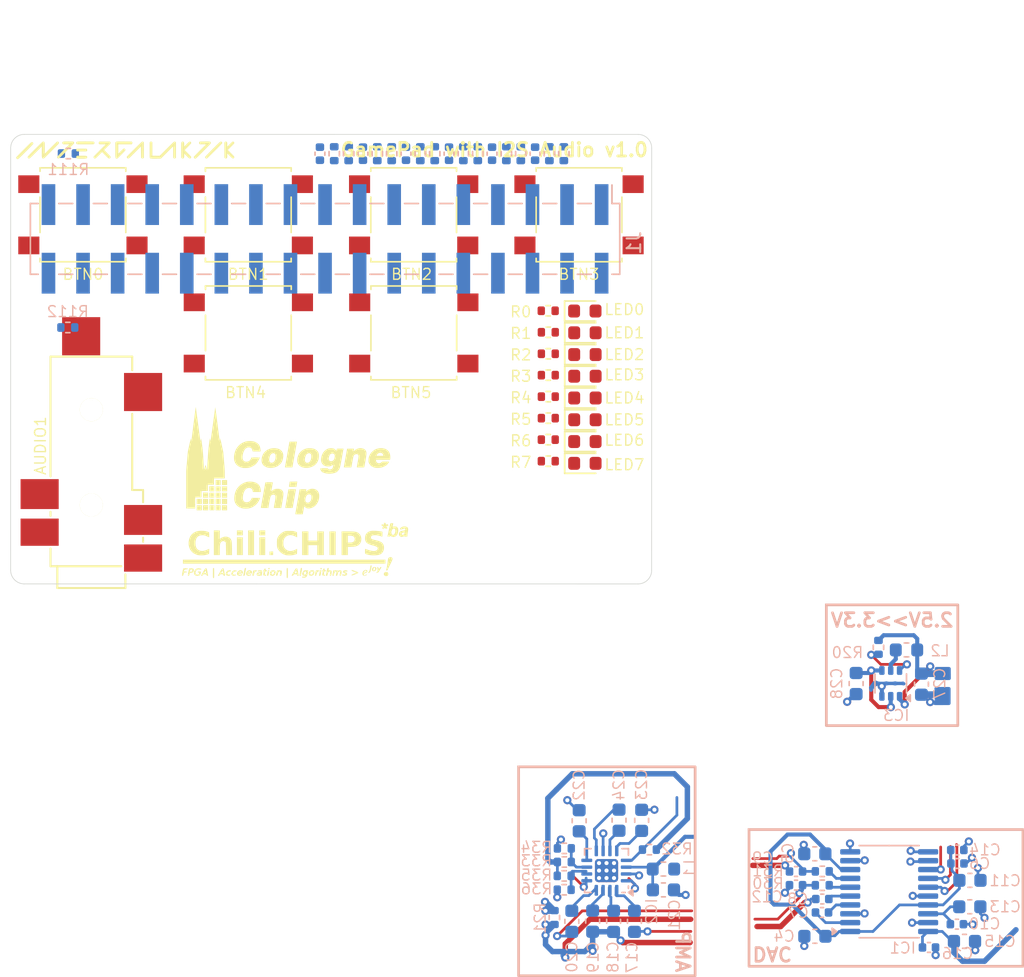
<source format=kicad_pcb>
(kicad_pcb (version 20240108) (generator "pcbnew") (generator_version "8.0")
  (title_block (date "2024-07-18") (company "Intergalaktik d.o.o."))
  (layers (0 "F.Cu" signal) (1 "In1.Cu" signal "GND1.Cu") (2 "In2.Cu" signal "GND2.Cu") (31 "B.Cu" signal) (34 "B.Paste" user) (35 "F.Paste" user) (36 "B.SilkS" user "B.Silkscreen") (37 "F.SilkS" user "F.Silkscreen") (38 "B.Mask" user) (39 "F.Mask" user) (44 "Edge.Cuts" user))
  (net 0 "")
  (net 1 "/AUDIO_V")
  (net 3 "GND")
  (net 5 "/HP_OUTL")
  (net 6 "Net-(BTN0-Pad1)")
  (net 7 "Net-(BTN1-Pad1)")
  (net 8 "Net-(BTN2-Pad1)")
  (net 9 "Net-(BTN3-Pad1)")
  (net 10 "/FPGA_SPI_FWD")
  (net 11 "+2V5")
  (net 12 "/WC_A1")
  (net 13 "Net-(J1-Pin_32)")
  (net 14 "/HP_OUTR")
  (net 15 "+1V8")
  (net 16 "/SER_RX_N")
  (net 17 "Net-(BTN4-Pad1)")
  (net 18 "/SER_TX_N")
  (net 19 "/WB_A8")
  (net 20 "Net-(BTN5-Pad1)")
  (net 21 "/EA_A8")
  (net 22 "/SER_CLK_N")
  (net 23 "+3V3A")
  (net 24 "/WC_A2")
  (net 25 "/WC_B0")
  (net 26 "Net-(J1-Pin_31)")
  (net 27 "/EA_B8")
  (net 28 "/WC_A3")
  (net 29 "GNDA")
  (net 30 "/SER_TX_P")
  (net 31 "Net-(IC1-CAPM)")
  (net 32 "/WB_B8")
  (net 33 "/FPGA_RESET_IN")
  (net 34 "/SER_CLK_P")
  (net 35 "/WC_B1")
  (net 36 "/WC_B3")
  (net 37 "Net-(IC1-CAPP)")
  (net 38 "/WC_B2")
  (net 39 "/SER_RX_P")
  (net 40 "/WC_A0")
  (net 41 "Net-(LED0-K)")
  (net 42 "Net-(LED1-K)")
  (net 43 "Net-(LED2-K)")
  (net 44 "Net-(LED3-K)")
  (net 45 "Net-(LED4-K)")
  (net 46 "Net-(LED5-K)")
  (net 47 "Net-(LED6-K)")
  (net 48 "Net-(LED7-K)")
  (net 49 "/CLK0")
  (net 50 "/CLK3")
  (net 51 "Net-(IC1-VNEG)")
  (net 52 "/OUTR")
  (net 53 "/+1.8V")
  (net 54 "/OUTL")
  (net 55 "/+3V3")
  (net 56 "Net-(IC2-INL-)")
  (net 57 "Net-(IC2-INL+)")
  (net 58 "Net-(IC2-INR+)")
  (net 59 "Net-(IC2-INR-)")
  (net 60 "Net-(IC2-HPVSS)")
  (net 61 "Net-(IC2-HPVDD)")
  (net 62 "Net-(IC2-CAP+)")
  (net 63 "Net-(IC2-CAP-)")
  (net 64 "Net-(IC1-OUTL)")
  (net 65 "I2S1_TX_WS")
  (net 66 "I2S1_TX_SDA")
  (net 67 "I2S1_TX_SCK")
  (net 68 "Net-(IC1-OUTR)")
  (net 69 "AMP_EN")
  (net 70 "/G1")
  (net 71 "/G0")
  (net 72 "Net-(IC3-L)")
  (net 73 "/SB_A2")
  (net 74 "/SB_B3")
  (net 75 "/SB_A3")
  (net 76 "AUDIO_MUTE")
  (footprint "LED_SMD:LED_0603_1608Metric" (layer "F.Cu") (at 153.62 78.28)
    (property "Reference" "LED7")
    (property "Value" "LED" (hide yes))
  )
  (footprint "Button_Switch_SMD:SW_SPST_B3S-1000" (layer "F.Cu") (at 141.05 68.7)
    (property "Reference" "BTN5")
    (property "Value" "BTN")
  )
  (footprint "LED_SMD:LED_0603_1608Metric" (layer "F.Cu") (at 153.615 67.09)
    (property "Reference" "LED0")
    (property "Value" "LED" (hide yes))
  )
  (footprint "Resistor_SMD:R_0402_1005Metric" (layer "F.Cu") (at 150.93 78.12 180)
    (property "Reference" "R7")
    (property "Value" "2.2K/R0402")
  )
  (footprint "Resistor_SMD:R_0402_1005Metric" (layer "F.Cu") (at 150.93 76.540241 180)
    (property "Reference" "R6")
    (property "Value" "2.2K/R0402")
  )
  (footprint "Button_Switch_SMD:SW_SPST_B3S-1000" (layer "F.Cu") (at 128.89 60.02)
    (property "Reference" "BTN1")
    (property "Value" "BTN" (hide yes))
  )
  (footprint "Resistor_SMD:R_0402_1005Metric" (layer "F.Cu") (at 150.9325 71.800955 180)
    (property "Reference" "R3")
    (property "Value" "2.2K/R0402")
  )
  (footprint "Resistor_SMD:R_0402_1005Metric" (layer "F.Cu") (at 150.9325 70.231193 180)
    (property "Reference" "R2")
    (property "Value" "2.2K/R0402")
  )
  (footprint "Resistor_SMD:R_0402_1005Metric" (layer "F.Cu") (at 150.9325 74.960479 180)
    (property "Reference" "R5")
    (property "Value" "2.2K/R0402")
  )
  (footprint "Resistor_SMD:R_0402_1005Metric" (layer "F.Cu") (at 150.9325 68.650002 180)
    (property "Reference" "R1")
    (property "Value" "2.2K/R0402")
  )
  (footprint "Button_Switch_SMD:SW_SPST_B3S-1000" (layer "F.Cu") (at 153.19 60.02)
    (property "Reference" "BTN3")
    (property "Value" "BTN" (hide yes))
  )
  (footprint "Button_Switch_SMD:SW_SPST_B3S-1000" (layer "F.Cu") (at 141.04 60.02)
    (property "Reference" "BTN2")
    (property "Value" "BTN" (hide yes))
  )
  (footprint "Button_Switch_SMD:SW_SPST_B3S-1000" (layer "F.Cu") (at 116.74 60.02)
    (property "Reference" "BTN0")
    (property "Value" "BTN" (hide yes))
  )
  (footprint "LED_SMD:LED_0603_1608Metric" (layer "F.Cu") (at 153.6225 70.29)
    (property "Reference" "LED2")
    (property "Value" "LED" (hide yes))
  )
  (footprint "LED_SMD:LED_0603_1608Metric" (layer "F.Cu") (at 153.6225 71.88)
    (property "Reference" "LED3")
    (property "Value" "LED" (hide yes))
  )
  (footprint "LED_SMD:LED_0603_1608Metric" (layer "F.Cu") (at 153.62 76.68)
    (property "Reference" "LED6")
    (property "Value" "LED" (hide yes))
  )
  (footprint "LED_SMD:LED_0603_1608Metric" (layer "F.Cu") (at 153.6225 68.688571)
    (property "Reference" "LED1")
    (property "Value" "LED" (hide yes))
  )
  (footprint "LED_SMD:LED_0603_1608Metric" (layer "F.Cu") (at 153.6225 75.08)
    (property "Reference" "LED5")
    (property "Value" "LED" (hide yes))
  )
  (footprint "Cologne:cologne" (layer "F.Cu") (at 131.83 78.08)
    (property "Reference" "G***" (hide yes))
    (property "Value" "LOGO" (hide yes))
  )
  (footprint "LED_SMD:LED_0603_1608Metric" (layer "F.Cu") (at 153.6225 73.48)
    (property "Reference" "LED4")
    (property "Value" "LED" (hide yes))
  )
  (footprint "audio-jack:CUI_SJ-43516-SMT" (layer "F.Cu") (at 117.36 78.34 180)
    (property "Reference" "AUDIO1")
    (property "Value" "JACK_TRS_6PINS" (hide yes))
  )
  (footprint "PCM_Intergalaktik:Intergalaktik logo" (layer "F.Cu") (at 119.890409 55.141446)
    (property "Reference" "G***" (hide yes))
    (property "Value" "LOGO" (hide yes))
  )
  (footprint "Button_Switch_SMD:SW_SPST_B3S-1000" (layer "F.Cu") (at 128.895 68.7)
    (property "Reference" "BTN4")
    (property "Value" "BTN")
  )
  (footprint "Resistor_SMD:R_0402_1005Metric" (layer "F.Cu") (at 150.9325 73.380717 180)
    (property "Reference" "R4")
    (property "Value" "2.2K/R0402")
  )
  (footprint "ChiliChips:ChiliChipsBa" (layer "F.Cu") (at 132.36 84.61)
    (property "Reference" "G***" (hide yes))
    (property "Value" "LOGO" (hide yes))
  )
  (footprint "Resistor_SMD:R_0402_1005Metric" (layer "F.Cu") (at 150.925 67.071669 180)
    (property "Reference" "R0")
    (property "Value" "2.2K/R0402")
  )
  (footprint "Capacitor_SMD:C_0402_1005Metric" (layer "B.Cu") (at 143.638824 55.53 -90)
    (property "Reference" "C3" (hide yes))
    (property "Value" "100nF/10V/20%/X5R/C0402")
  )
  (footprint "Resistor_SMD:R_0402_1005Metric" (layer "B.Cu") (at 136.264708 55.53 90)
    (property "Reference" "R17" (hide yes))
    (property "Value" "22R/R0402")
  )
  (footprint "Capacitor_SMD:C_0402_1005Metric" (layer "B.Cu") (at 137.315296 55.53 -90)
    (property "Reference" "C25" (hide yes))
    (property "Value" "100nF/10V/20%/X5R/C0402")
  )
  (footprint "Capacitor_SMD:C_0603_1608Metric" (layer "B.Cu") (at 152.66 111.93 -90)
    (property "Reference" "C20")
    (property "Value" "4.7u")
  )
  (footprint "Capacitor_SMD:C_0402_1005Metric" (layer "B.Cu") (at 146.800588 55.53 -90)
    (property "Reference" "C1" (hide yes))
    (property "Value" "100nF/10V/20%/X5R/C0402")
  )
  (footprint "Capacitor_SMD:C_0402_1005Metric" (layer "B.Cu") (at 169.1325 108.27 180)
    (property "Reference" "C9")
    (property "Value" "2.2nF")
  )
  (footprint "Resistor_SMD:R_0402_1005Metric" (layer "B.Cu") (at 151.38 111.65 -90)
    (property "Reference" "R21")
    (property "Value" "0R")
  )
  (footprint "Resistor_SMD:R_0402_1005Metric" (layer "B.Cu") (at 152.073532 55.53 90)
    (property "Reference" "R9" (hide yes))
    (property "Value" "22R/R0402")
  )
  (footprint "Resistor_SMD:R_0402_1005Metric" (layer "B.Cu") (at 148.911764 55.53 90)
    (property "Reference" "R11" (hide yes))
    (property "Value" "22R/R0402")
  )
  (footprint "Resistor_SMD:R_0402_1005Metric" (layer "B.Cu") (at 175.19 91.8 90)
    (property "Reference" "R20")
    (property "Value" "10K")
  )
  (footprint "Resistor_SMD:R_0402_1005Metric" (layer "B.Cu") (at 141.527648 55.53 -90)
    (property "Reference" "R14" (hide yes))
    (property "Value" "10K/R0402")
  )
  (footprint "Package_SO:TSSOP-20_4.4x6.5mm_P0.65mm" (layer "B.Cu") (at 175.9775 109.75)
    (property "Reference" "IC1")
    (property "Value" "PCM5100")
  )
  (footprint "Connector_PinSocket_2.54mm:PinSocket_2x17_P2.54mm_Vertical_SMD" (layer "B.Cu") (at 134.53 61.79 90)
    (property "Reference" "J1")
    (property "Value" "Conn_02x17_Odd_Even" (hide yes))
  )
  (footprint "Resistor_SMD:R_0402_1005Metric" (layer "B.Cu") (at 152.11 107.57 180)
    (property "Reference" "R33")
    (property "Value" "330")
  )
  (footprint "Capacitor_SMD:C_0603_1608Metric" (layer "B.Cu") (at 173.55 94.46 -90)
    (property "Reference" "C28")
    (property "Value" "10uF")
  )
  (footprint "Capacitor_SMD:C_0402_1005Metric" (layer "B.Cu") (at 149.962352 55.53 -90)
    (property "Reference" "C0" (hide yes))
    (property "Value" "100nF/10V/20%/X5R/C0402")
  )
  (footprint "Capacitor_SMD:C_0603_1608Metric" (layer "B.Cu") (at 181.91 108.92)
    (property "Reference" "C11")
    (property "Value" "10uF")
  )
  (footprint "Capacitor_SMD:C_0603_1608Metric" (layer "B.Cu") (at 153.2 104.54 90)
    (property "Reference" "C22")
    (property "Value" "1u")
  )
  (footprint "Resistor_SMD:R_0402_1005Metric" (layer "B.Cu") (at 115.67 55.52)
    (property "Reference" "R111")
    (property "Value" "100R/R0402")
  )
  (footprint "Resistor_SMD:R_0402_1005Metric" (layer "B.Cu") (at 171.0625 109.28)
    (property "Reference" "R30")
    (property "Value" "470")
  )
  (footprint "Capacitor_SMD:C_0402_1005Metric" (layer "B.Cu") (at 169.1325 109.27 180)
    (property "Reference" "C12")
    (property "Value" "2.2nF")
  )
  (footprint "Capacitor_SMD:C_0603_1608Metric" (layer "B.Cu") (at 154.19 111.92 -90)
    (property "Reference" "C19")
    (property "Value" "4.7u")
  )
  (footprint "Resistor_SMD:R_0402_1005Metric" (layer "B.Cu") (at 152.11 106.57)
    (property "Reference" "R34")
    (property "Value" "33K")
  )
  (footprint "Resistor_SMD:R_0402_1005Metric" (layer "B.Cu") (at 139.426472 55.53 90)
    (property "Reference" "R16" (hide yes))
    (property "Value" "22R/R0402")
  )
  (footprint "Resistor_SMD:R_0402_1005Metric" (layer "B.Cu") (at 142.588236 55.53 90)
    (property "Reference" "R15" (hide yes))
    (property "Value" "22R/R0402")
  )
  (footprint "Resistor_SMD:R_0402_1005Metric" (layer "B.Cu") (at 151.01294 55.53 -90)
    (property "Reference" "R8" (hide yes))
    (property "Value" "10K/R0402")
  )
  (footprint "Capacitor_SMD:C_0603_1608Metric" (layer "B.Cu") (at 156.13 104.5 90)
    (property "Reference" "C24")
    (property "Value" "1u")
  )
  (footprint "Capacitor_SMD:C_0402_1005Metric" (layer "B.Cu") (at 180.9525 112.14)
    (property "Reference" "C10")
    (property "Value" "100nF")
  )
  (footprint "Capacitor_SMD:C_0402_1005Metric" (layer "B.Cu") (at 180.9925 107.68)
    (property "Reference" "C6")
    (property "Value" "100nF")
  )
  (footprint "Resistor_SMD:R_0402_1005Metric" (layer "B.Cu") (at 158.36 106.66)
    (property "Reference" "R32")
    (property "Value" "33K")
  )
  (footprint "Capacitor_SMD:C_0603_1608Metric" (layer "B.Cu") (at 181.9 110.86)
    (property "Reference" "C13")
    (property "Value" "10uF")
  )
  (footprint "Package_DFN_QFN:QFN-16-1EP_3x3mm_P0.5mm_EP1.7x1.7mm_ThermalVias" (layer "B.Cu") (at 155.21 108.2 90)
    (property "Reference" "IC2")
    (property "Value" "PAM8908")
  )
  (footprint "Capacitor_SMD:C_0603_1608Metric" (layer "B.Cu") (at 170.52 113.03 180)
    (property "Reference" "C4")
    (property "Value" "10uF")
  )
  (footprint "Resistor_SMD:R_0402_1005Metric" (layer "B.Cu") (at 145.75 55.53 90)
    (property "Reference" "R13" (hide yes))
    (property "Value" "22R/R0402")
  )
  (footprint "Resistor_SMD:R_0402_1005Metric" (layer "B.Cu") (at 144.689412 55.53 -90)
    (property "Reference" "R12" (hide yes))
    (property "Value" "10K/R0402")
  )
  (footprint "Resistor_SMD:R_0402_1005Metric" (layer "B.Cu") (at 152.1 108.59 180)
    (property "Reference" "R35")
    (property "Value" "330")
  )
  (footprint "Inductor_SMD:L_0603_1608Metric" (layer "B.Cu") (at 159.39 108.09)
    (property "Reference" "L1")
    (property "Value" "80R@100M")
  )
  (footprint "Capacitor_SMD:C_0402_1005Metric" (layer "B.Cu") (at 134.153532 55.53 -90)
    (property "Reference" "C26" (hide yes))
    (property "Value" "100nF/10V/20%/X5R/C0402")
  )
  (footprint "Capacitor_SMD:C_0603_1608Metric" (layer "B.Cu") (at 178.35 94.505 -90)
    (property "Reference" "C27")
    (property "Value" "10uF")
  )
  (footprint "Inductor_SMD:L_0603_1608Metric" (layer "B.Cu") (at 177.25 91.99)
    (property "Reference" "L2")
    (property "Value" "4.7uH")
  )
  (footprint "Package_TO_SOT_SMD:SOT-363_SC-70-6" (layer "B.Cu") (at 176.09 94.45 90)
    (property "Reference" "IC3")
    (property "Value" "TLV61225DC")
  )
  (footprint "Capacitor_SMD:C_0402_1005Metric" (layer "B.Cu") (at 178.9025 113.85)
    (property "Reference" "C16")
    (property "Value" "100nF")
  )
  (footprint "Resistor_SMD:R_0402_1005Metric" (layer "B.Cu") (at 135.20412 55.53 -90)
    (property "Reference" "R19" (hide yes))
    (property "Value" "10K/R0402")
  )
  (footprint "Capacitor_SMD:C_0402_1005Metric" (layer "B.Cu") (at 140.47706 55.53 -90)
    (property "Reference" "C2" (hide yes))
    (property "Value" "100nF/10V/20%/X5R/C0402")
  )
  (footprint "Resistor_SMD:R_0402_1005Metric" (layer "B.Cu") (at 147.851176 55.53 -90)
    (property "Reference" "R10" (hide yes))
    (property "Value" "10K/R0402")
  )
  (footprint "Capacitor_SMD:C_0603_1608Metric" (layer "B.Cu") (at 155.73 111.93 -90)
    (property "Reference" "C18")
    (property "Value" "4.7u")
  )
  (footprint "Resistor_SMD:R_0402_1005Metric" (layer "B.Cu") (at 115.63 68.3 180)
    (property "Reference" "R112")
    (property "Value" "100R/R0402")
  )
  (footprint "Capacitor_SMD:C_0603_1608Metric" (layer "B.Cu") (at 157.79 104.51 -90)
    (property "Reference" "C23")
    (property "Value" "1u")
  )
  (footprint "Capacitor_SMD:C_0603_1608Metric" (layer "B.Cu") (at 157.26 111.93 -90)
    (property "Reference" "C17")
    (property "Value" "4.7u")
  )
  (footprint "Resistor_SMD:R_0402_1005Metric" (layer "B.Cu") (at 152.1 109.61)
    (property "Reference" "R36")
    (property "Value" "33K")
  )
  (footprint "Resistor_SMD:R_0402_1005Metric" (layer "B.Cu") (at 171.0625 108.26)
    (property "Reference" "R31")
    (property "Value" "470")
  )
  (footprint "Resistor_SMD:R_0402_1005Metric" (layer "B.Cu") (at 138.365884 55.53 -90)
    (property "Reference" "R18" (hide yes))
    (property "Value" "10K/R0402")
  )
  (footprint "Capacitor_SMD:C_0402_1005Metric" (layer "B.Cu") (at 171.0625 110.29)
    (property "Reference" "C8")
    (property "Value" "2.2uF")
  )
  (footprint "Capacitor_SMD:C_0402_1005Metric" (layer "B.Cu") (at 180.9825 106.69)
    (property "Reference" "C14")
    (property "Value" "100nF")
  )
  (footprint "Capacitor_SMD:C_0603_1608Metric" (layer "B.Cu") (at 181.51 113.4)
    (property "Reference" "C15")
    (property "Value" "10uF")
  )
  (footprint "Capacitor_SMD:C_0402_1005Metric" (layer "B.Cu") (at 171.0425 111.28)
    (property "Reference" "C7")
    (property "Value" "2.2uF")
  )
  (footprint "Capacitor_SMD:C_0603_1608Metric" (layer "B.Cu") (at 170.5125 106.97 180)
    (property "Reference" "C5")
    (property "Value" "10uF")
  )
  (footprint "Capacitor_SMD:C_0603_1608Metric" (layer "B.Cu") (at 159.39 109.62 180)
    (property "Reference" "C21")
    (property "Value" "4.7u")
  )
  (gr_rect (start 148.75 100.58) (end 161.72 115.93) (stroke (width 0.2)) (fill none) (layer "B.SilkS"))
  (gr_rect (start 165.68 105.1875) (end 185.805 115.2325) (stroke (width 0.2)) (fill none) (layer "B.SilkS"))
  (gr_rect (start 171.36 88.68) (end 181.02 97.55) (stroke (width 0.2)) (fill none) (layer "B.SilkS"))
  (gr_line (start 111.430634 86.136438) (end 111.433612 55.100634) (stroke (width 0.05)) (layer "Edge.Cuts"))
  (gr_line (start 157.526438 87.139366) (end 112.420634 87.136388) (stroke (width 0.05)) (layer "Edge.Cuts"))
  (gr_arc (start 157.539366 54.113612) (mid 158.24 54.41) (end 158.529366 55.113562) (stroke (width 0.05)) (layer "Edge.Cuts"))
  (gr_arc (start 111.433612 55.100634) (mid 111.73 54.4) (end 112.433562 54.110634) (stroke (width 0.05)) (layer "Edge.Cuts"))
  (gr_arc (start 158.526388 86.149366) (mid 158.23 86.85) (end 157.526438 87.139366) (stroke (width 0.05)) (layer "Edge.Cuts"))
  (gr_line (start 157.539366 54.113612) (end 112.433562 54.110634) (stroke (width 0.05)) (layer "Edge.Cuts"))
  (gr_arc (start 112.420634 87.136388) (mid 111.72 86.84) (end 111.430634 86.136438) (stroke (width 0.05)) (layer "Edge.Cuts"))
  (gr_line (start 158.529366 55.113562) (end 158.526388 86.149366) (stroke (width 0.05)) (layer "Edge.Cuts"))
  (gr_text "DAC" (at 165.83 113.73 180) (layer "B.SilkS") (effects (font (size 1 1) (thickness 0.2) (bold yes)) (justify left bottom mirror)))
  (gr_text "2.5V>>3.3V" (at 180.8 90.39 0) (layer "B.SilkS") (effects (font (size 1 1) (thickness 0.2) (bold yes)) (justify left bottom mirror)))
  (gr_text "AMP" (at 160.22 115.78 -90) (layer "B.SilkS") (effects (font (size 1 1) (thickness 0.2) (bold yes)) (justify left bottom mirror)))
  (gr_text "GamePad with I2S Audio v1.0" (at 135.57 55.83 0) (layer "F.SilkS") (effects (font (size 1 1) (thickness 0.2) (bold yes)) (justify left bottom)))
  (via (at 179.39 114.41) (size 0.6) (drill 0.3) (layers "F.Cu" "B.Cu") (net 3))
  (via (at 182.3 114.05) (size 0.6) (drill 0.3) (layers "F.Cu" "B.Cu") (net 3))
  (via (at 175.43 94.65) (size 0.6) (drill 0.3) (layers "F.Cu" "B.Cu") (net 3))
  (via (at 182.98 111.67) (size 0.6) (drill 0.3) (layers "F.Cu" "B.Cu") (net 3))
  (via (at 177.56 106.75) (size 0.6) (drill 0.3) (layers "F.Cu" "B.Cu") (net 3))
  (via (at 178.99 95.82) (size 0.6) (drill 0.3) (layers "F.Cu" "B.Cu") (net 3))
  (via (at 169.74 113.74) (size 0.6) (drill 0.3) (layers "F.Cu" "B.Cu") (net 3))
  (via (at 151.59 110.16) (size 0.6) (drill 0.3) (layers "F.Cu" "B.Cu") (net 3))
  (via (at 173.1 106.21) (size 0.6) (drill 0.3) (layers "F.Cu" "B.Cu") (net 3))
  (via (at 157.6 108.56) (size 0.6) (drill 0.3) (layers "F.Cu" "B.Cu") (net 3))
  (via (at 154.97 105.47) (size 0.6) (drill 0.3) (layers "F.Cu" "B.Cu") (net 3))
  (via (at 151.86 105.92) (size 0.6) (drill 0.3) (layers "F.Cu" "B.Cu") (net 3))
  (via (at 158.73 103.73) (size 0.6) (drill 0.3) (layers "F.Cu" "B.Cu") (net 3))
  (via (at 150.69 110.5) (size 0.6) (drill 0.3) (layers "F.Cu" "B.Cu") (net 3))
  (via (at 150.72 111.16) (size 0.6) (drill 0.3) (layers "F.Cu" "B.Cu") (net 3))
  (via (at 182.11 112.16) (size 0.6) (drill 0.3) (layers "F.Cu" "B.Cu") (net 3))
  (via (at 177.54 107.54) (size 0.6) (drill 0.3) (layers "F.Cu" "B.Cu") (net 3))
  (via (at 152.33 103.03) (size 0.6) (drill 0.3) (layers "F.Cu" "B.Cu") (net 3))
  (via (at 172.89 95.8) (size 0.6) (drill 0.3) (layers "F.Cu" "B.Cu") (net 3))
  (via (at 177.66 112.03) (size 0.6) (drill 0.3) (layers "F.Cu" "B.Cu") (net 3))
  (via (at 161.02 109.99) (size 0.6) (drill 0.3) (layers "F.Cu" "B.Cu") (net 3))
  (via (at 177.71 110.06) (size 0.6) (drill 0.3) (layers "F.Cu" "B.Cu") (net 3))
  (segment (start 151.6 106.18) (end 151.6 106.57) (width 0.2) (layer "B.Cu") (net 3))
  (segment (start 157.79 103.735) (end 158.725 103.735) (width 0.2) (layer "B.Cu") (net 3))
  (segment (start 178.84 106.825) (end 177.635 106.825) (width 0.2) (layer "B.Cu") (net 3))
  (segment (start 179.3825 113.85) (end 179.3825 114.4025) (width 0.2) (layer "B.Cu") (net 3))
  (segment (start 178.84 110.075) (end 177.725 110.075) (width 0.2) (layer "B.Cu") (net 3))
  (segment (start 178.84 112.025) (end 177.665 112.025) (width 0.2) (layer "B.Cu") (net 3))
  (segment (start 182.11 112.16) (end 182.09 112.14) (width 0.2) (layer "B.Cu") (net 3))
  (segment (start 182.675 111.365) (end 182.675 110.86) (width 0.2) (layer "B.Cu") (net 3))
  (segment (start 160.535 109.99) (end 160.165 109.62) (width 0.3) (layer "B.Cu") (net 3))
  (segment (start 158.725 103.735) (end 158.73 103.73) (width 0.2) (layer "B.Cu") (net 3))
  (segment (start 177.635 106.825) (end 177.56 106.75) (width 0.2) (layer "B.Cu") (net 3))
  (segment (start 151.33 111.14) (end 150.69 110.5) (width 0.5) (layer "B.Cu") (net 3))
  (segment (start 178.84 107.475) (end 178.775 107.54) (width 0.2) (layer "B.Cu") (net 3))
  (segment (start 154.96 105.48) (end 154.96 106.75) (width 0.2) (layer "B.Cu") (net 3))
  (segment (start 177.665 112.025) (end 177.66 112.03) (width 0.2) (layer "B.Cu") (net 3))
  (segment (start 151.38 111.14) (end 150.74 111.14) (width 0.5) (layer "B.Cu") (net 3))
  (segment (start 157.49 108.45) (end 157.6 108.56) (width 0.2) (layer "B.Cu") (net 3))
  (segment (start 175.44 95.4) (end 175.44 94.66) (width 0.3) (layer "B.Cu") (net 3))
  (segment (start 154.97 105.47) (end 154.96 105.48) (width 0.2) (layer "B.Cu") (net 3))
  (segment (start 179.3825 114.4025) (end 179.39 114.41) (width 0.2) (layer "B.Cu") (net 3))
  (segment (start 156.66 108.45) (end 157.49 108.45) (width 0.2) (layer "B.Cu") (net 3))
  (segment (start 169.74 113.74) (end 169.745 113.735) (width 0.2) (layer "B.Cu") (net 3))
  (segment (start 178.775 107.54) (end 177.54 107.54) (width 0.2) (layer "B.Cu") (net 3))
  (segment (start 161.02 109.99) (end 160.535 109.99) (width 0.3) (layer "B.Cu") (net 3))
  (segment (start 153.065 103.765) (end 153.2 103.765) (width 0.2) (layer "B.Cu") (net 3))
  (segment (start 150.74 111.14) (end 150.72 111.16) (width 0.2) (layer "B.Cu") (net 3))
  (segment (start 151.59 109.61) (end 151.59 110.16) (width 0.2) (layer "B.Cu") (net 3))
  (segment (start 169.745 113.735) (end 169.745 113.03) (width 0.2) (layer "B.Cu") (net 3))
  (segment (start 182.285 114.035) (end 182.3 114.05) (width 0.2) (layer "B.Cu") (net 3))
  (segment (start 175.44 94.66) (end 175.43 94.65) (width 0.3) (layer "B.Cu") (net 3))
  (segment (start 172.89 95.8) (end 173.455 95.235) (width 0.3) (layer "B.Cu") (net 3))
  (segment (start 182.98 111.67) (end 182.675 111.365) (width 0.2) (layer "B.Cu") (net 3))
  (segment (start 173.455 95.235) (end 173.55 95.235) (width 0.3) (layer "B.Cu") (net 3))
  (segment (start 177.725 110.075) (end 177.71 110.06) (width 0.2) (layer "B.Cu") (net 3))
  (segment (start 173.115 106.225) (end 173.1 106.21) (width 0.2) (layer "B.Cu") (net 3))
  (segment (start 182.09 112.14) (end 181.4325 112.14) (width 0.2) (layer "B.Cu") (net 3))
  (segment (start 182.285 113.4) (end 182.285 114.035) (width 0.2) (layer "B.Cu") (net 3))
  (segment (start 151.86 105.92) (end 151.6 106.18) (width 0.2) (layer "B.Cu") (net 3))
  (segment (start 173.115 106.825) (end 173.115 106.225) (width 0.2) (layer "B.Cu") (net 3))
  (segment (start 151.38 111.14) (end 151.33 111.14) (width 0.5) (layer "B.Cu") (net 3))
  (segment (start 152.33 103.03) (end 153.065 103.765) (width 0.2) (layer "B.Cu") (net 3))
  (segment (start 157.3 109.51) (end 157.3 109.23) (width 0.2) (layer "F.Cu") (net 5))
  (segment (start 157.3 109.23) (end 156.85 108.78) (width 0.2) (layer "F.Cu") (net 5))
  (via (at 157.3 109.51) (size 0.6) (drill 0.3) (layers "F.Cu" "B.Cu") (net 5))
  (segment (start 156.66 108.95) (end 157.03 108.95) (width 0.2) (layer "B.Cu") (net 5))
  (segment (start 157.3 109.22) (end 157.3 109.51) (width 0.2) (layer "B.Cu") (net 5))
  (segment (start 157.03 108.95) (end 157.3 109.22) (width 0.2) (layer "B.Cu") (net 5))
  (segment (start 177.12 95.07) (end 177.12 95.99) (width 0.3) (layer "F.Cu") (net 11))
  (segment (start 178.99 93.2) (end 177.12 95.07) (width 0.3) (layer "F.Cu") (net 11))
  (via (at 178.99 93.2) (size 0.6) (drill 0.3) (layers "F.Cu" "B.Cu") (net 11))
  (via (at 177.12 95.99) (size 0.6) (drill 0.3) (layers "F.Cu" "B.Cu") (net 11))
  (segment (start 178.0375 91.99) (end 178.0375 91.1675) (width 0.3) (layer "B.Cu") (net 11))
  (segment (start 152.7 101.09) (end 151.53 102.26) (width 0.4) (layer "B.Cu") (net 11))
  (segment (start 177.12 95.99) (end 176.74 95.61) (width 0.3) (layer "B.Cu") (net 11))
  (segment (start 161.15 104.38) (end 161.15 102.05) (width 0.4) (layer "B.Cu") (net 11))
  (segment (start 150.9 107.39) (end 151.08 107.57) (width 0.4) (layer "B.Cu") (net 11))
  (segment (start 178.0375 91.1675) (end 177.78 90.91) (width 0.3) (layer "B.Cu") (net 11))
  (segment (start 151.6 107.57) (end 151.6 108.58) (width 0.2) (layer "B.Cu") (net 11))
  (segment (start 151.08 107.57) (end 151.6 107.57) (width 0.4) (layer "B.Cu") (net 11))
  (segment (start 160.19 101.09) (end 152.7 101.09) (width 0.4) (layer "B.Cu") (net 11))
  (segment (start 161.15 102.05) (end 160.19 101.09) (width 0.4) (layer "B.Cu") (net 11))
  (segment (start 151.53 102.26) (end 150.9 102.89) (width 0.4) (layer "B.Cu") (net 11))
  (segment (start 178.0375 91.99) (end 178.0375 93.4175) (width 0.3) (layer "B.Cu") (net 11))
  (segment (start 158.87 106.66) (end 161.15 104.38) (width 0.4) (layer "B.Cu") (net 11))
  (segment (start 176.74 95.61) (end 176.74 95.4) (width 0.3) (layer "B.Cu") (net 11))
  (segment (start 151.6 108.58) (end 151.59 108.59) (width 0.2) (layer "B.Cu") (net 11))
  (segment (start 178.0375 93.4175) (end 178.35 93.73) (width 0.3) (layer "B.Cu") (net 11))
  (segment (start 175.57 90.91) (end 175.19 91.29) (width 0.3) (layer "B.Cu") (net 11))
  (segment (start 150.9 102.89) (end 150.9 107.39) (width 0.4) (layer "B.Cu") (net 11))
  (segment (start 177.78 90.91) (end 175.57 90.91) (width 0.3) (layer "B.Cu") (net 11))
  (segment (start 153.54 109.4) (end 152.75 108.61) (width 0.2) (layer "F.Cu") (net 14))
  (via (at 153.54 109.4) (size 0.6) (drill 0.3) (layers "F.Cu" "B.Cu") (net 14))
  (segment (start 153.71 108.75) (end 153.71 109.23) (width 0.2) (layer "B.Cu") (net 14))
  (segment (start 153.71 109.23) (end 153.54 109.4) (width 0.2) (layer "B.Cu") (net 14))
  (segment (start 173.115 108.125) (end 172.4425 108.125) (width 0.2) (layer "B.Cu") (net 23))
  (segment (start 178.845 110.72) (end 179.94 110.72) (width 0.2) (layer "B.Cu") (net 23))
  (segment (start 181.135 108.92) (end 181.135 108.755) (width 0.2) (layer "B.Cu") (net 23))
  (segment (start 171.2875 106.6775) (end 171.2875 106.97) (width 0.3) (layer "B.Cu") (net 23))
  (segment (start 171.99 112.99) (end 171.335 112.99) (width 0.2) (layer "B.Cu") (net 23))
  (segment (start 180.5125 107.68) (end 180.5125 106.7) (width 0.2) (layer "B.Cu") (net 23))
  (segment (start 168.51 105.55) (end 170.16 105.55) (width 0.3) (layer "B.Cu") (net 23))
  (segment (start 158.4625 107.95) (end 158.6025 108.09) (width 0.2) (layer "B.Cu") (net 23))
  (segment (start 167.52 110.7) (end 167.26 110.44) (width 0.3) (layer "B.Cu") (net 23))
  (segment (start 172.305 112.675) (end 171.99 112.99) (width 0.2) (layer "B.Cu") (net 23))
  (segment (start 173.115 112.675) (end 174.785 112.675) (width 0.2) (layer "B.Cu") (net 23))
  (segment (start 167.26 106.8) (end 168.51 105.55) (width 0.3) (layer "B.Cu") (net 23))
  (segment (start 179.94 110.72) (end 181.135 109.525) (width 0.2) (layer "B.Cu") (net 23))
  (segment (start 180.59 108.21) (end 180.59 107.7575) (width 0.2) (layer "B.Cu") (net 23))
  (segment (start 158.6025 108.09) (end 158.6025 109.6075) (width 0.2) (layer "B.Cu") (net 23))
  (segment (start 161.6 105.72) (end 160.9725 105.72) (width 0.3) (layer "B.Cu") (net 23))
  (segment (start 170.16 105.55) (end 171.2875 106.6775) (width 0.3) (layer "B.Cu") (net 23))
  (segment (start 171.19 113.03) (end 168.86 110.7) (width 0.3) (layer "B.Cu") (net 23))
  (segment (start 178.84 110.725) (end 178.845 110.72) (width 0.2) (layer "B.Cu") (net 23))
  (segment (start 171.295 113.03) (end 171.19 113.03) (width 0.3) (layer "B.Cu") (net 23))
  (segment (start 181.135 108.755) (end 180.59 108.21) (width 0.2) (layer "B.Cu") (net 23))
  (segment (start 181.135 109.525) (end 181.135 108.92) (width 0.2) (layer "B.Cu") (net 23))
  (segment (start 158.6025 109.6075) (end 158.615 109.62) (width 0.2) (layer "B.Cu") (net 23))
  (segment (start 160.9725 105.72) (end 158.6025 108.09) (width 0.3) (layer "B.Cu") (net 23))
  (segment (start 172.4425 108.125) (end 171.2875 106.97) (width 0.2) (layer "B.Cu") (net 23))
  (segment (start 180.5125 106.7) (end 180.5025 106.69) (width 0.2) (layer "B.Cu") (net 23))
  (segment (start 168.86 110.7) (end 167.52 110.7) (width 0.3) (layer "B.Cu") (net 23))
  (segment (start 174.785 112.675) (end 176.735 110.725) (width 0.2) (layer "B.Cu") (net 23))
  (segment (start 180.59 107.7575) (end 180.5125 107.68) (width 0.2) (layer "B.Cu") (net 23))
  (segment (start 167.26 110.44) (end 167.26 106.8) (width 0.3) (layer "B.Cu") (net 23))
  (segment (start 156.66 107.95) (end 158.4625 107.95) (width 0.2) (layer "B.Cu") (net 23))
  (segment (start 176.735 110.725) (end 178.84 110.725) (width 0.2) (layer "B.Cu") (net 23))
  (segment (start 171.335 112.99) (end 171.295 113.03) (width 0.2) (layer "B.Cu") (net 23))
  (segment (start 173.115 112.675) (end 172.305 112.675) (width 0.2) (layer "B.Cu") (net 23))
  (segment (start 156.245 113.335) (end 156.4 113.49) (width 0.4) (layer "F.Cu") (net 29))
  (segment (start 152.18 113.59) (end 153.99 111.78) (width 0.4) (layer "F.Cu") (net 29))
  (segment (start 153.99 111.78) (end 161.39 111.78) (width 0.4) (layer "F.Cu") (net 29))
  (segment (start 156.4 113.49) (end 161.34 113.49) (width 0.4) (layer "F.Cu") (net 29))
  (segment (start 161.34 113.49) (end 161.35 113.48) (width 0.4) (layer "F.Cu") (net 29))
  (segment (start 169.77 110.55) (end 168.01 112.31) (width 0.4) (layer "F.Cu") (net 29))
  (segment (start 168.33 107.82) (end 165.94 107.82) (width 0.4) (layer "F.Cu") (net 29))
  (segment (start 168.01 112.31) (end 166.27 112.31) (width 0.4) (layer "F.Cu") (net 29))
  (segment (start 152.18 114.59) (end 152.18 113.59) (width 0.4) (layer "F.Cu") (net 29))
  (segment (start 169.99 110.55) (end 169.77 110.55) (width 0.4) (layer "F.Cu") (net 29))
  (via (at 150.73 112.95) (size 0.6) (drill 0.3) (layers "F.Cu" "B.Cu") (net 29))
  (via (at 156.245 113.335) (size 0.6) (drill 0.3) (layers "F.Cu" "B.Cu") (net 29))
  (via (at 169.7 106.31) (size 0.6) (drill 0.3) (layers "F.Cu" "B.Cu") (net 29))
  (via (at 182.5 108.01) (size 0.6) (drill 0.3) (layers "F.Cu" "B.Cu") (net 29))
  (via (at 168.32 109.83) (size 0.6) (drill 0.3) (layers "F.Cu" "B.Cu") (net 29))
  (via (at 181.83 106.06) (size 0.6) (drill 0.3) (layers "F.Cu" "B.Cu") (net 29))
  (via (at 174.18 107.45) (size 0.6) (drill 0.3) (layers "F.Cu" "B.Cu") (net 29))
  (via (at 168.33 107.82) (size 0.6) (drill 0.3) (layers "F.Cu" "B.Cu") (net 29))
  (via (at 150.73 112.16) (size 0.6) (drill 0.3) (layers "F.Cu" "B.Cu") (net 29))
  (via (at 182.06 107.26) (size 0.6) (drill 0.3) (layers "F.Cu" "B.Cu") (net 29))
  (via (at 174.17 111.35) (size 0.6) (drill 0.3) (layers "F.Cu" "B.Cu") (net 29))
  (via (at 154.19 114.1) (size 0.6) (drill 0.3) (layers "F.Cu" "B.Cu") (net 29))
  (via (at 152.18 114.59) (size 0.6) (drill 0.3) (layers "F.Cu" "B.Cu") (net 29))
  (via (at 169.99 110.55) (size 0.6) (drill 0.3) (layers "F.Cu" "B.Cu") (net 29))
  (segment (start 174.155 107.475) (end 174.18 107.45) (width 0.2) (layer "B.Cu") (net 29))
  (segment (start 155.73 112.82) (end 155.73 112.705) (width 0.2) (layer "B.Cu") (net 29))
  (segment (start 152.03 114.44) (end 152.18 114.59) (width 0.4) (layer "B.Cu") (net 29))
  (segment (start 168.33 107.82) (end 168.6525 108.1425) (width 0.2) (layer "B.Cu") (net 29))
  (segment (start 155.72 112.695) (end 155.73 112.705) (width 0.4) (layer "B.Cu") (net 29))
  (segment (start 154.19 113.57) (end 154.19 114.1) (width 0.4) (layer "B.Cu") (net 29))
  (segment (start 168.6525 109.4975) (end 168.6525 109.27) (width 0.2) (layer "B.Cu") (net 29))
  (segment (start 181.4625 106.4275) (end 181.4625 106.69) (width 0.2) (layer "B.Cu") (net 29))
  (segment (start 168.32 109.83) (end 168.6525 109.4975) (width 0.2) (layer "B.Cu") (net 29))
  (segment (start 181.4725 107.68) (end 181.64 107.68) (width 0.2) (layer "B.Cu") (net 29))
  (segment (start 174.145 111.375) (end 174.17 111.35) (width 0.2) (layer "B.Cu") (net 29))
  (segment (start 181.83 106.06) (end 181.4625 106.4275) (width 0.2) (layer "B.Cu") (net 29))
  (segment (start 168.6525 108.1425) (end 168.6525 108.27) (width 0.2) (layer "B.Cu") (net 29))
  (segment (start 173.115 107.475) (end 174.155 107.475) (width 0.2) (layer "B.Cu") (net 29))
  (segment (start 150.73 112.95) (end 150.73 113.64) (width 0.4) (layer "B.Cu") (net 29))
  (segment (start 153.61 114.15) (end 154.19 113.57) (width 0.4) (layer "B.Cu") (net 29))
  (segment (start 151.38 112.16) (end 150.73 112.81) (width 0.4) (layer "B.Cu") (net 29))
  (segment (start 152.03 114.15) (end 152.03 114.44) (width 0.4) (layer "B.Cu") (net 29))
  (segment (start 181.64 107.68) (end 182.06 107.26) (width 0.2) (layer "B.Cu") (net 29))
  (segment (start 169.99 110.55) (end 170.25 110.29) (width 0.2) (layer "B.Cu") (net 29))
  (segment (start 173.115 111.375) (end 174.145 111.375) (width 0.2) (layer "B.Cu") (net 29))
  (segment (start 150.73 113.64) (end 151.24 114.15) (width 0.4) (layer "B.Cu") (net 29))
  (segment (start 154.19 112.695) (end 155.72 112.695) (width 0.4) (layer "B.Cu") (net 29))
  (segment (start 169.7375 106.3475) (end 169.7375 106.97) (width 0.2) (layer "B.Cu") (net 29))
  (segment (start 182.685 108.92) (end 182.5 108.735) (width 0.2) (layer "B.Cu") (net 29))
  (segment (start 182.5 108.735) (end 182.5 108.01) (width 0.2) (layer "B.Cu") (net 29))
  (segment (start 154.19 112.695) (end 154.19 113.57) (width 0.4) (layer "B.Cu") (net 29))
  (segment (start 169.7 106.31) (end 169.7375 106.3475) (width 0.2) (layer "B.Cu") (net 29))
  (segment (start 152.03 114.15) (end 153.61 114.15) (width 0.4) (layer "B.Cu") (net 29))
  (segment (start 170.25 110.29) (end 170.5825 110.29) (width 0.2) (layer "B.Cu") (net 29))
  (segment (start 156.245 113.335) (end 155.73 112.82) (width 0.2) (layer "B.Cu") (net 29))
  (segment (start 151.38 112.16) (end 150.73 112.16) (width 0.4) (layer "B.Cu") (net 29))
  (segment (start 150.73 112.81) (end 150.73 112.95) (width 0.4) (layer "B.Cu") (net 29))
  (segment (start 151.24 114.15) (end 152.03 114.15) (width 0.4) (layer "B.Cu") (net 29))
  (segment (start 172.0775 110.725) (end 171.5225 111.28) (width 0.2) (layer "B.Cu") (net 31))
  (segment (start 173.115 110.725) (end 172.0775 110.725) (width 0.2) (layer "B.Cu") (net 31))
  (segment (start 171.3075 112.025) (end 170.5625 111.28) (width 0.2) (layer "B.Cu") (net 37))
  (segment (start 173.115 112.025) (end 171.3075 112.025) (width 0.2) (layer "B.Cu") (net 37))
  (segment (start 171.7575 110.075) (end 171.5425 110.29) (width 0.2) (layer "B.Cu") (net 51))
  (segment (start 173.115 110.075) (end 171.7575 110.075) (width 0.2) (layer "B.Cu") (net 51))
  (segment (start 167.72 107.32) (end 165.96 107.32) (width 0.2) (layer "F.Cu") (net 52))
  (segment (start 153.43 111.16) (end 151.58 113.01) (width 0.2) (layer "F.Cu") (net 52))
  (segment (start 168.76 106.93) (end 168.55 107.14) (width 0.2) (layer "F.Cu") (net 52))
  (segment (start 167.9 107.14) (end 167.72 107.32) (width 0.2) (layer "F.Cu") (net 52))
  (segment (start 161.47 111.16) (end 153.43 111.16) (width 0.2) (layer "F.Cu") (net 52))
  (segment (start 168.55 107.14) (end 167.9 107.14) (width 0.2) (layer "F.Cu") (net 52))
  (via (at 151.58 113.01) (size 0.6) (drill 0.3) (layers "F.Cu" "B.Cu") (net 52))
  (via (at 168.76 106.93) (size 0.6) (drill 0.3) (layers "F.Cu" "B.Cu") (net 52))
  (segment (start 170.5525 108.26) (end 169.6225 108.26) (width 0.2) (layer "B.Cu") (net 52))
  (segment (start 152.355 113.01) (end 152.66 112.705) (width 0.2) (layer "B.Cu") (net 52))
  (segment (start 168.76 107.22) (end 169.6125 108.0725) (width 0.2) (layer "B.Cu") (net 52))
  (segment (start 168.76 106.93) (end 168.76 107.22) (width 0.2) (layer "B.Cu") (net 52))
  (segment (start 151.58 113.01) (end 152.355 113.01) (width 0.2) (layer "B.Cu") (net 52))
  (segment (start 169.6125 108.0725) (end 169.6125 108.27) (width 0.2) (layer "B.Cu") (net 52))
  (segment (start 169.6225 108.26) (end 169.6125 108.27) (width 0.2) (layer "B.Cu") (net 52))
  (segment (start 180.48 110.86) (end 179.965 111.375) (width 0.2) (layer "B.Cu") (net 53))
  (segment (start 180.4725 111.8825) (end 179.965 111.375) (width 0.2) (layer "B.Cu") (net 53))
  (segment (start 179.965 111.375) (end 178.84 111.375) (width 0.2) (layer "B.Cu") (net 53))
  (segment (start 180.4725 112.14) (end 180.4725 111.8825) (width 0.2) (layer "B.Cu") (net 53))
  (segment (start 181.125 110.86) (end 180.48 110.86) (width 0.2) (layer "B.Cu") (net 53))
  (segment (start 169.38 110.18) (end 167.79 111.77) (width 0.2) (layer "F.Cu") (net 54))
  (segment (start 167.79 111.77) (end 166.11 111.77) (width 0.2) (layer "F.Cu") (net 54))
  (segment (start 161.41 112.67) (end 158.22 112.67) (width 0.2) (layer "F.Cu") (net 54))
  (segment (start 169.38 109.87) (end 169.38 110.18) (width 0.2) (layer "F.Cu") (net 54))
  (via (at 169.38 109.87) (size 0.6) (drill 0.3) (layers "F.Cu" "B.Cu") (net 54))
  (via (at 158.22 112.67) (size 0.6) (drill 0.3) (layers "F.Cu" "B.Cu") (net 54))
  (segment (start 157.295 112.67) (end 157.26 112.705) (width 0.2) (layer "B.Cu") (net 54))
  (segment (start 169.6225 109.28) (end 169.6125 109.27) (width 0.2) (layer "B.Cu") (net 54))
  (segment (start 158.22 112.67) (end 157.295 112.67) (width 0.2) (layer "B.Cu") (net 54))
  (segment (start 170.5525 109.28) (end 169.6225 109.28) (width 0.2) (layer "B.Cu") (net 54))
  (segment (start 169.6125 109.6375) (end 169.38 109.87) (width 0.2) (layer "B.Cu") (net 54))
  (segment (start 169.6125 109.27) (end 169.6125 109.6375) (width 0.2) (layer "B.Cu") (net 54))
  (segment (start 176.1 96.19) (end 175.2 96.19) (width 0.3) (layer "F.Cu") (net 55))
  (segment (start 175.2 96.19) (end 174.66 95.65) (width 0.3) (layer "F.Cu") (net 55))
  (segment (start 176.1 96.19) (end 176.1 96.24) (width 0.3) (layer "F.Cu") (net 55))
  (segment (start 174.66 95.65) (end 174.66 93.5) (width 0.3) (layer "F.Cu") (net 55))
  (via (at 176.1 96.19) (size 0.6) (drill 0.3) (layers "F.Cu" "B.Cu") (net 55))
  (via (at 174.66 93.5) (size 0.6) (drill 0.3) (layers "F.Cu" "B.Cu") (net 55))
  (segment (start 174.475 93.685) (end 174.66 93.5) (width 0.3) (layer "B.Cu") (net 55))
  (segment (start 181.37 114.86) (end 182.98 114.86) (width 0.4) (layer "B.Cu") (net 55))
  (segment (start 179.875 112.675) (end 178.84 112.675) (width 0.2) (layer "B.Cu") (net 55))
  (segment (start 180.735 114.225) (end 181.37 114.86) (width 0.4) (layer "B.Cu") (net 55))
  (segment (start 178.4225 113.0675) (end 178.4225 113.85) (width 0.2) (layer "B.Cu") (net 55))
  (segment (start 180.735 113.4) (end 180.6 113.4) (width 0.2) (layer "B.Cu") (net 55))
  (segment (start 180.735 113.4) (end 180.735 114.225) (width 0.4) (layer "B.Cu") (net 55))
  (segment (start 176.09 96.18) (end 176.1 96.19) (width 0.3) (layer "B.Cu") (net 55))
  (segment (start 173.55 93.685) (end 174.475 93.685) (width 0.3) (layer "B.Cu") (net 55))
  (segment (start 182.98 114.86) (end 185.29 112.55) (width 0.4) (layer "B.Cu") (net 55))
  (segment (start 178.84 112.675) (end 178.815 112.675) (width 0.2) (layer "B.Cu") (net 55))
  (segment (start 178.815 112.675) (end 178.4225 113.0675) (width 0.2) (layer "B.Cu") (net 55))
  (segment (start 176.09 95.4) (end 176.09 96.18) (width 0.3) (layer "B.Cu") (net 55))
  (segment (start 174.66 93.5) (end 175.44 93.5) (width 0.3) (layer "B.Cu") (net 55))
  (segment (start 180.6 113.4) (end 179.875 112.675) (width 0.2) (layer "B.Cu") (net 55))
  (segment (start 155.91 109.45) (end 155.91 110) (width 0.2) (layer "B.Cu") (net 56))
  (segment (start 155.96 110.05) (end 156.5 110.05) (width 0.2) (layer "B.Cu") (net 56))
  (segment (start 156.5 110.05) (end 157.21 110.76) (width 0.2) (layer "B.Cu") (net 56))
  (segment (start 157.21 110.76) (end 157.21 110.955) (width 0.2) (layer "B.Cu") (net 56))
  (segment (start 155.91 110) (end 155.96 110.05) (width 0.2) (layer "B.Cu") (net 56))
  (segment (start 155.41 109.45) (end 155.41 110.04) (width 0.2) (layer "B.Cu") (net 57))
  (segment (start 155.53 110.16) (end 155.53 110.805) (width 0.2) (layer "B.Cu") (net 57))
  (segment (start 155.53 110.805) (end 155.68 110.955) (width 0.2) (layer "B.Cu") (net 57))
  (segment (start 155.41 110.04) (end 155.53 110.16) (width 0.2) (layer "B.Cu") (net 57))
  (segment (start 154.14 110.72) (end 154.14 110.945) (width 0.2) (layer "B.Cu") (net 58))
  (segment (start 154.91 109.45) (end 154.91 109.95) (width 0.2) (layer "B.Cu") (net 58))
  (segment (start 154.91 109.95) (end 154.14 110.72) (width 0.2) (layer "B.Cu") (net 58))
  (segment (start 154.41 109.54) (end 153.91 110.04) (width 0.2) (layer "B.Cu") (net 59))
  (segment (start 153.91 110.04) (end 153.525 110.04) (width 0.2) (layer "B.Cu") (net 59))
  (segment (start 153.525 110.04) (end 152.61 110.955) (width 0.2) (layer "B.Cu") (net 59))
  (segment (start 154.41 109.45) (end 154.41 109.54) (width 0.2) (layer "B.Cu") (net 59))
  (segment (start 153.76 105.875) (end 153.2 105.315) (width 0.2) (layer "B.Cu") (net 60))
  (segment (start 153.76 107.45) (end 153.76 105.875) (width 0.2) (layer "B.Cu") (net 60))
  (segment (start 155.96 106.75) (end 155.96 106.45) (width 0.2) (layer "B.Cu") (net 61))
  (segment (start 155.96 106.45) (end 156.2 106.21) (width 0.2) (layer "B.Cu") (net 61))
  (segment (start 156.2 106.21) (end 156.865 106.21) (width 0.2) (layer "B.Cu") (net 61))
  (segment (start 156.865 106.21) (end 157.79 105.285) (width 0.2) (layer "B.Cu") (net 61))
  (segment (start 155.46 105.945) (end 156.13 105.275) (width 0.2) (layer "B.Cu") (net 62))
  (segment (start 155.46 106.75) (end 155.46 105.945) (width 0.2) (layer "B.Cu") (net 62))
  (segment (start 154.32 105.81) (end 154.32 105.15) (width 0.2) (layer "B.Cu") (net 63))
  (segment (start 154.46 105.95) (end 154.32 105.81) (width 0.2) (layer "B.Cu") (net 63))
  (segment (start 155.745 103.725) (end 156.13 103.725) (width 0.2) (layer "B.Cu") (net 63))
  (segment (start 154.46 106.75) (end 154.46 105.95) (width 0.2) (layer "B.Cu") (net 63))
  (segment (start 154.32 105.15) (end 155.745 103.725) (width 0.2) (layer "B.Cu") (net 63))
  (segment (start 171.7175 109.425) (end 171.5725 109.28) (width 0.2) (layer "B.Cu") (net 64))
  (segment (start 173.115 109.425) (end 171.7175 109.425) (width 0.2) (layer "B.Cu") (net 64))
  (segment (start 180.95 106.458529) (end 180.925735 106.434264) (width 0.2) (layer "F.Cu") (net 65))
  (segment (start 180.27 109.7) (end 180.95 109.02) (width 0.2) (layer "F.Cu") (net 65))
  (segment (start 180.95 109.02) (end 180.95 106.458529) (width 0.2) (layer "F.Cu") (net 65))
  (segment (start 180.925735 106.434264) (end 180.925735 106.285735) (width 0.2) (layer "F.Cu") (net 65))
  (segment (start 180.05 109.7) (end 180.27 109.7) (width 0.2) (layer "F.Cu") (net 65))
  (via (at 180.05 109.7) (size 0.6) (drill 0.3) (layers "F.Cu" "B.Cu") (net 65))
  (segment (start 179.775 109.425) (end 180.05 109.7) (width 0.2) (layer "B.Cu") (net 65))
  (segment (start 178.84 109.425) (end 179.775 109.425) (width 0.2) (layer "B.Cu") (net 65))
  (segment (start 180.11 108.88) (end 180.48 108.51) (width 0.2) (layer "F.Cu") (net 66))
  (segment (start 180.48 108.51) (end 180.48 108.31) (width 0.2) (layer "F.Cu") (net 66))
  (segment (start 180.48 108.31) (end 180.48 106.43) (width 0.2) (layer "F.Cu") (net 66))
  (via (at 180.11 108.88) (size 0.6) (drill 0.3) (layers "F.Cu" "B.Cu") (net 66))
  (segment (start 180.005 108.775) (end 180.11 108.88) (width 0.2) (layer "B.Cu") (net 66))
  (segment (start 178.84 108.775) (end 180.005 108.775) (width 0.2) (layer "B.Cu") (net 66))
  (segment (start 179.76 108.12) (end 179.76 106.47) (width 0.2) (layer "F.Cu") (net 67))
  (via (at 179.76 108.12) (size 0.6) (drill 0.3) (layers "F.Cu" "B.Cu") (net 67))
  (segment (start 178.84 108.125) (end 179.755 108.125) (width 0.2) (layer "B.Cu") (net 67))
  (segment (start 179.755 108.125) (end 179.76 108.12) (width 0.2) (layer "B.Cu") (net 67))
  (segment (start 173.115 108.775) (end 172.0875 108.775) (width 0.2) (layer "B.Cu") (net 68))
  (segment (start 172.0875 108.775) (end 171.5725 108.26) (width 0.2) (layer "B.Cu") (net 68))
  (segment (start 156.66 107.45) (end 157.06 107.45) (width 0.2) (layer "B.Cu") (net 69))
  (segment (start 157.06 107.45) (end 157.85 106.66) (width 0.2) (layer "B.Cu") (net 69))
  (segment (start 157.85 106.66) (end 160.38 104.13) (width 0.2) (layer "B.Cu") (net 69))
  (segment (start 160.38 104.13) (end 160.38 102.83) (width 0.2) (layer "B.Cu") (net 69))
  (segment (start 153.76 107.95) (end 153 107.95) (width 0.2) (layer "B.Cu") (net 70))
  (segment (start 152.62 107.57) (end 152.62 106.57) (width 0.2) (layer "B.Cu") (net 70))
  (segment (start 153 107.95) (end 152.62 107.57) (width 0.2) (layer "B.Cu") (net 70))
  (segment (start 152.61 108.59) (end 152.61 109.61) (width 0.2) (layer "B.Cu") (net 71))
  (segment (start 153.71 108.25) (end 152.7 108.25) (width 0.2) (layer "B.Cu") (net 71))
  (segment (start 152.7 108.25) (end 152.56 108.39) (width 0.2) (layer "B.Cu") (net 71))
  (segment (start 176.09 93.5) (end 176.09 93.04) (width 0.3) (layer "B.Cu") (net 72))
  (segment (start 176.4625 92.6675) (end 176.4625 91.99) (width 0.3) (layer "B.Cu") (net 72))
  (segment (start 176.09 93.04) (end 176.4625 92.6675) (width 0.3) (layer "B.Cu") (net 72))
  (segment (start 175.36 93.05) (end 177.28 93.05) (width 0.2) (layer "F.Cu") (net 73))
  (segment (start 174.66 92.35) (end 175.36 93.05) (width 0.2) (layer "F.Cu") (net 73))
  (via (at 174.66 92.35) (size 0.6) (drill 0.3) (layers "F.Cu" "B.Cu") (net 73))
  (via (at 177.28 93.05) (size 0.6) (drill 0.3) (layers "F.Cu" "B.Cu") (net 73))
  (segment (start 176.74 93.5) (end 177.19 93.05) (width 0.2) (layer "B.Cu") (net 73))
  (segment (start 177.19 93.05) (end 177.28 93.05) (width 0.2) (layer "B.Cu") (net 73))
  (segment (start 174.66 92.35) (end 175.15 92.35) (width 0.2) (layer "B.Cu") (net 73))
  (segment (start 175.15 92.35) (end 175.19 92.31) (width 0.2) (layer "B.Cu") (net 73))
  (zone (net 3) (net_name "GND") (layer "B.Cu") (priority 1) (connect_pads (clearance 0.5)) (min_thickness 0.25) (fill yes (thermal_gap 0.5) (thermal_bridge_width 0.5))
    (polygon (pts (xy 180.49 94.71) (xy 177.45 94.71) (xy 176.99 94.24) (xy 174.84 94.24) (xy 174.49 94.72) (xy 172.5 94.73) (xy 172.51 96.07) (xy 174.69 96.05) (xy 175.72 96.06) (xy 175.71 94.83) (xy 177.05 94.83) (xy 177.53 95.29) (xy 177.49 96.05) (xy 180.49 96.04)))
  )
  (zone (net 11) (net_name "+2V5") (layer "B.Cu") (connect_pads (clearance 0.5)) (min_thickness 0.25) (fill yes (thermal_gap 0.5) (thermal_bridge_width 0.5))
    (polygon (pts (xy 180.51 94.33) (xy 177.42 94.31) (xy 177.412779 92.5) (xy 177.41 91.25) (xy 178.89 91.25) (xy 178.89 92.72) (xy 179.41 93.24) (xy 180.5 93.24)))
  )
)
</source>
